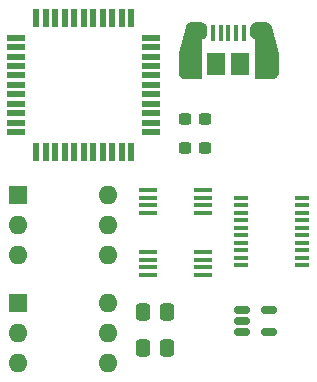
<source format=gbr>
%TF.GenerationSoftware,KiCad,Pcbnew,8.99.0-unknown*%
%TF.CreationDate,2024-04-30T21:24:49-04:00*%
%TF.ProjectId,reflowControl,7265666c-6f77-4436-9f6e-74726f6c2e6b,rev?*%
%TF.SameCoordinates,Original*%
%TF.FileFunction,Copper,L1,Top*%
%TF.FilePolarity,Positive*%
%FSLAX46Y46*%
G04 Gerber Fmt 4.6, Leading zero omitted, Abs format (unit mm)*
G04 Created by KiCad (PCBNEW 8.99.0-unknown) date 2024-04-30 21:24:49*
%MOMM*%
%LPD*%
G01*
G04 APERTURE LIST*
G04 Aperture macros list*
%AMRoundRect*
0 Rectangle with rounded corners*
0 $1 Rounding radius*
0 $2 $3 $4 $5 $6 $7 $8 $9 X,Y pos of 4 corners*
0 Add a 4 corners polygon primitive as box body*
4,1,4,$2,$3,$4,$5,$6,$7,$8,$9,$2,$3,0*
0 Add four circle primitives for the rounded corners*
1,1,$1+$1,$2,$3*
1,1,$1+$1,$4,$5*
1,1,$1+$1,$6,$7*
1,1,$1+$1,$8,$9*
0 Add four rect primitives between the rounded corners*
20,1,$1+$1,$2,$3,$4,$5,0*
20,1,$1+$1,$4,$5,$6,$7,0*
20,1,$1+$1,$6,$7,$8,$9,0*
20,1,$1+$1,$8,$9,$2,$3,0*%
G04 Aperture macros list end*
%TA.AperFunction,EtchedComponent*%
%ADD10C,0.010000*%
%TD*%
%TA.AperFunction,SMDPad,CuDef*%
%ADD11R,1.524000X0.406400*%
%TD*%
%TA.AperFunction,ComponentPad*%
%ADD12R,1.600000X1.600000*%
%TD*%
%TA.AperFunction,ComponentPad*%
%ADD13O,1.600000X1.600000*%
%TD*%
%TA.AperFunction,SMDPad,CuDef*%
%ADD14R,1.200000X0.400000*%
%TD*%
%TA.AperFunction,SMDPad,CuDef*%
%ADD15RoundRect,0.150000X-0.512500X-0.150000X0.512500X-0.150000X0.512500X0.150000X-0.512500X0.150000X0*%
%TD*%
%TA.AperFunction,SMDPad,CuDef*%
%ADD16R,1.500000X0.550000*%
%TD*%
%TA.AperFunction,SMDPad,CuDef*%
%ADD17R,0.550000X1.500000*%
%TD*%
%TA.AperFunction,ComponentPad*%
%ADD18O,1.650000X0.825000*%
%TD*%
%TA.AperFunction,ComponentPad*%
%ADD19O,1.150000X2.300000*%
%TD*%
%TA.AperFunction,SMDPad,CuDef*%
%ADD20R,1.550000X1.900000*%
%TD*%
%TA.AperFunction,SMDPad,CuDef*%
%ADD21R,0.400000X1.350000*%
%TD*%
%TA.AperFunction,SMDPad,CuDef*%
%ADD22RoundRect,0.250000X-0.337500X-0.475000X0.337500X-0.475000X0.337500X0.475000X-0.337500X0.475000X0*%
%TD*%
%TA.AperFunction,SMDPad,CuDef*%
%ADD23RoundRect,0.237500X-0.300000X-0.237500X0.300000X-0.237500X0.300000X0.237500X-0.300000X0.237500X0*%
%TD*%
G04 APERTURE END LIST*
D10*
%TO.C,J1*%
X188333500Y-74181000D02*
X188359500Y-74183000D01*
X188385500Y-74186000D01*
X188411500Y-74191000D01*
X188436500Y-74197000D01*
X188462500Y-74204000D01*
X188486500Y-74213000D01*
X188510500Y-74223000D01*
X188534500Y-74234000D01*
X188557500Y-74247000D01*
X188579500Y-74261000D01*
X188601500Y-74275000D01*
X188622500Y-74291000D01*
X188642500Y-74308000D01*
X188661500Y-74326000D01*
X188679500Y-74345000D01*
X188696500Y-74365000D01*
X188712500Y-74386000D01*
X188726500Y-74408000D01*
X188740500Y-74430000D01*
X188753500Y-74453000D01*
X188764500Y-74477000D01*
X188774500Y-74501000D01*
X188783500Y-74525000D01*
X188790500Y-74551000D01*
X188796500Y-74576000D01*
X188801500Y-74602000D01*
X188804500Y-74628000D01*
X188806500Y-74654000D01*
X188807500Y-74680000D01*
X188807500Y-75105000D01*
X188806500Y-75127000D01*
X188805500Y-75149000D01*
X188802500Y-75171000D01*
X188798500Y-75193000D01*
X188793500Y-75215000D01*
X188786500Y-75236000D01*
X188779500Y-75257000D01*
X188770500Y-75278000D01*
X188761500Y-75298000D01*
X188750500Y-75317000D01*
X188738500Y-75336000D01*
X188726500Y-75355000D01*
X188712500Y-75372000D01*
X188698500Y-75389000D01*
X188683500Y-75406000D01*
X188666500Y-75421000D01*
X188649500Y-75435000D01*
X188632500Y-75449000D01*
X188613500Y-75461000D01*
X188595500Y-75473000D01*
X188575500Y-75484000D01*
X188555500Y-75493000D01*
X188534500Y-75502000D01*
X188513500Y-75509000D01*
X188492500Y-75516000D01*
X188470500Y-75521000D01*
X188448500Y-75525000D01*
X188426500Y-75528000D01*
X188404500Y-75529000D01*
X188382500Y-75530000D01*
X188382500Y-78880000D01*
X186982500Y-78880000D01*
X186956500Y-78879000D01*
X186930500Y-78877000D01*
X186904500Y-78874000D01*
X186878500Y-78869000D01*
X186853500Y-78863000D01*
X186827500Y-78856000D01*
X186803500Y-78847000D01*
X186779500Y-78837000D01*
X186755500Y-78826000D01*
X186732500Y-78813000D01*
X186710500Y-78799000D01*
X186688500Y-78785000D01*
X186667500Y-78769000D01*
X186647500Y-78752000D01*
X186628500Y-78734000D01*
X186610500Y-78715000D01*
X186593500Y-78695000D01*
X186577500Y-78674000D01*
X186563500Y-78652000D01*
X186549500Y-78630000D01*
X186536500Y-78607000D01*
X186525500Y-78583000D01*
X186515500Y-78559000D01*
X186506500Y-78535000D01*
X186499500Y-78509000D01*
X186493500Y-78484000D01*
X186488500Y-78458000D01*
X186485500Y-78432000D01*
X186483500Y-78406000D01*
X186482500Y-78380000D01*
X186482500Y-76730000D01*
X187081500Y-74548000D01*
X187086500Y-74530000D01*
X187093500Y-74509000D01*
X187101500Y-74489000D01*
X187110500Y-74469000D01*
X187120500Y-74449000D01*
X187130500Y-74430000D01*
X187142500Y-74411000D01*
X187154500Y-74393000D01*
X187167500Y-74376000D01*
X187180500Y-74359000D01*
X187195500Y-74342000D01*
X187210500Y-74326000D01*
X187225500Y-74311000D01*
X187242500Y-74297000D01*
X187259500Y-74283000D01*
X187276500Y-74270000D01*
X187295500Y-74258000D01*
X187313500Y-74247000D01*
X187332500Y-74236000D01*
X187352500Y-74227000D01*
X187372500Y-74218000D01*
X187392500Y-74210000D01*
X187413500Y-74203000D01*
X187434500Y-74197000D01*
X187455500Y-74192000D01*
X187476500Y-74188000D01*
X187498500Y-74184000D01*
X187520500Y-74182000D01*
X187541500Y-74180000D01*
X187563500Y-74180000D01*
X188307500Y-74180000D01*
X188333500Y-74181000D01*
%TA.AperFunction,EtchedComponent*%
G36*
X188333500Y-74181000D02*
G01*
X188359500Y-74183000D01*
X188385500Y-74186000D01*
X188411500Y-74191000D01*
X188436500Y-74197000D01*
X188462500Y-74204000D01*
X188486500Y-74213000D01*
X188510500Y-74223000D01*
X188534500Y-74234000D01*
X188557500Y-74247000D01*
X188579500Y-74261000D01*
X188601500Y-74275000D01*
X188622500Y-74291000D01*
X188642500Y-74308000D01*
X188661500Y-74326000D01*
X188679500Y-74345000D01*
X188696500Y-74365000D01*
X188712500Y-74386000D01*
X188726500Y-74408000D01*
X188740500Y-74430000D01*
X188753500Y-74453000D01*
X188764500Y-74477000D01*
X188774500Y-74501000D01*
X188783500Y-74525000D01*
X188790500Y-74551000D01*
X188796500Y-74576000D01*
X188801500Y-74602000D01*
X188804500Y-74628000D01*
X188806500Y-74654000D01*
X188807500Y-74680000D01*
X188807500Y-75105000D01*
X188806500Y-75127000D01*
X188805500Y-75149000D01*
X188802500Y-75171000D01*
X188798500Y-75193000D01*
X188793500Y-75215000D01*
X188786500Y-75236000D01*
X188779500Y-75257000D01*
X188770500Y-75278000D01*
X188761500Y-75298000D01*
X188750500Y-75317000D01*
X188738500Y-75336000D01*
X188726500Y-75355000D01*
X188712500Y-75372000D01*
X188698500Y-75389000D01*
X188683500Y-75406000D01*
X188666500Y-75421000D01*
X188649500Y-75435000D01*
X188632500Y-75449000D01*
X188613500Y-75461000D01*
X188595500Y-75473000D01*
X188575500Y-75484000D01*
X188555500Y-75493000D01*
X188534500Y-75502000D01*
X188513500Y-75509000D01*
X188492500Y-75516000D01*
X188470500Y-75521000D01*
X188448500Y-75525000D01*
X188426500Y-75528000D01*
X188404500Y-75529000D01*
X188382500Y-75530000D01*
X188382500Y-78880000D01*
X186982500Y-78880000D01*
X186956500Y-78879000D01*
X186930500Y-78877000D01*
X186904500Y-78874000D01*
X186878500Y-78869000D01*
X186853500Y-78863000D01*
X186827500Y-78856000D01*
X186803500Y-78847000D01*
X186779500Y-78837000D01*
X186755500Y-78826000D01*
X186732500Y-78813000D01*
X186710500Y-78799000D01*
X186688500Y-78785000D01*
X186667500Y-78769000D01*
X186647500Y-78752000D01*
X186628500Y-78734000D01*
X186610500Y-78715000D01*
X186593500Y-78695000D01*
X186577500Y-78674000D01*
X186563500Y-78652000D01*
X186549500Y-78630000D01*
X186536500Y-78607000D01*
X186525500Y-78583000D01*
X186515500Y-78559000D01*
X186506500Y-78535000D01*
X186499500Y-78509000D01*
X186493500Y-78484000D01*
X186488500Y-78458000D01*
X186485500Y-78432000D01*
X186483500Y-78406000D01*
X186482500Y-78380000D01*
X186482500Y-76730000D01*
X187081500Y-74548000D01*
X187086500Y-74530000D01*
X187093500Y-74509000D01*
X187101500Y-74489000D01*
X187110500Y-74469000D01*
X187120500Y-74449000D01*
X187130500Y-74430000D01*
X187142500Y-74411000D01*
X187154500Y-74393000D01*
X187167500Y-74376000D01*
X187180500Y-74359000D01*
X187195500Y-74342000D01*
X187210500Y-74326000D01*
X187225500Y-74311000D01*
X187242500Y-74297000D01*
X187259500Y-74283000D01*
X187276500Y-74270000D01*
X187295500Y-74258000D01*
X187313500Y-74247000D01*
X187332500Y-74236000D01*
X187352500Y-74227000D01*
X187372500Y-74218000D01*
X187392500Y-74210000D01*
X187413500Y-74203000D01*
X187434500Y-74197000D01*
X187455500Y-74192000D01*
X187476500Y-74188000D01*
X187498500Y-74184000D01*
X187520500Y-74182000D01*
X187541500Y-74180000D01*
X187563500Y-74180000D01*
X188307500Y-74180000D01*
X188333500Y-74181000D01*
G37*
%TD.AperFunction*%
X193844500Y-74182000D02*
X193866500Y-74184000D01*
X193888500Y-74188000D01*
X193909500Y-74192000D01*
X193930500Y-74197000D01*
X193951500Y-74203000D01*
X193972500Y-74210000D01*
X193992500Y-74218000D01*
X194012500Y-74227000D01*
X194032500Y-74236000D01*
X194051500Y-74247000D01*
X194069500Y-74258000D01*
X194088500Y-74270000D01*
X194105500Y-74283000D01*
X194122500Y-74297000D01*
X194139500Y-74311000D01*
X194154500Y-74326000D01*
X194169500Y-74342000D01*
X194184500Y-74359000D01*
X194197500Y-74376000D01*
X194210500Y-74393000D01*
X194222500Y-74411000D01*
X194234500Y-74430000D01*
X194244500Y-74449000D01*
X194254500Y-74469000D01*
X194263500Y-74489000D01*
X194271500Y-74509000D01*
X194278500Y-74530000D01*
X194283500Y-74548000D01*
X194882500Y-76730000D01*
X194882500Y-78380000D01*
X194881500Y-78406000D01*
X194879500Y-78432000D01*
X194876500Y-78458000D01*
X194871500Y-78484000D01*
X194865500Y-78509000D01*
X194858500Y-78535000D01*
X194849500Y-78559000D01*
X194839500Y-78583000D01*
X194828500Y-78607000D01*
X194815500Y-78630000D01*
X194801500Y-78652000D01*
X194787500Y-78674000D01*
X194771500Y-78695000D01*
X194754500Y-78715000D01*
X194736500Y-78734000D01*
X194717500Y-78752000D01*
X194697500Y-78769000D01*
X194676500Y-78785000D01*
X194654500Y-78799000D01*
X194632500Y-78813000D01*
X194609500Y-78826000D01*
X194585500Y-78837000D01*
X194561500Y-78847000D01*
X194537500Y-78856000D01*
X194511500Y-78863000D01*
X194486500Y-78869000D01*
X194460500Y-78874000D01*
X194434500Y-78877000D01*
X194408500Y-78879000D01*
X194382500Y-78880000D01*
X192982500Y-78880000D01*
X192982500Y-75530000D01*
X192960500Y-75529000D01*
X192938500Y-75528000D01*
X192916500Y-75525000D01*
X192894500Y-75521000D01*
X192872500Y-75516000D01*
X192851500Y-75509000D01*
X192830500Y-75502000D01*
X192809500Y-75493000D01*
X192789500Y-75484000D01*
X192769500Y-75473000D01*
X192751500Y-75461000D01*
X192732500Y-75449000D01*
X192715500Y-75435000D01*
X192698500Y-75421000D01*
X192681500Y-75406000D01*
X192666500Y-75389000D01*
X192652500Y-75372000D01*
X192638500Y-75355000D01*
X192626500Y-75336000D01*
X192614500Y-75318000D01*
X192603500Y-75298000D01*
X192594500Y-75278000D01*
X192585500Y-75257000D01*
X192578500Y-75236000D01*
X192571500Y-75215000D01*
X192566500Y-75193000D01*
X192562500Y-75171000D01*
X192559500Y-75149000D01*
X192558500Y-75127000D01*
X192557500Y-75105000D01*
X192557500Y-74680000D01*
X192558500Y-74654000D01*
X192560500Y-74628000D01*
X192563500Y-74602000D01*
X192568500Y-74576000D01*
X192574500Y-74551000D01*
X192581500Y-74525000D01*
X192590500Y-74501000D01*
X192600500Y-74477000D01*
X192611500Y-74453000D01*
X192624500Y-74430000D01*
X192638500Y-74408000D01*
X192652500Y-74386000D01*
X192668500Y-74365000D01*
X192685500Y-74345000D01*
X192703500Y-74326000D01*
X192722500Y-74308000D01*
X192742500Y-74291000D01*
X192763500Y-74275000D01*
X192785500Y-74261000D01*
X192807500Y-74247000D01*
X192830500Y-74234000D01*
X192854500Y-74223000D01*
X192878500Y-74213000D01*
X192902500Y-74204000D01*
X192928500Y-74197000D01*
X192953500Y-74191000D01*
X192979500Y-74186000D01*
X193005500Y-74183000D01*
X193031500Y-74181000D01*
X193057500Y-74180000D01*
X193801500Y-74180000D01*
X193823500Y-74180000D01*
X193844500Y-74182000D01*
%TA.AperFunction,EtchedComponent*%
G36*
X193844500Y-74182000D02*
G01*
X193866500Y-74184000D01*
X193888500Y-74188000D01*
X193909500Y-74192000D01*
X193930500Y-74197000D01*
X193951500Y-74203000D01*
X193972500Y-74210000D01*
X193992500Y-74218000D01*
X194012500Y-74227000D01*
X194032500Y-74236000D01*
X194051500Y-74247000D01*
X194069500Y-74258000D01*
X194088500Y-74270000D01*
X194105500Y-74283000D01*
X194122500Y-74297000D01*
X194139500Y-74311000D01*
X194154500Y-74326000D01*
X194169500Y-74342000D01*
X194184500Y-74359000D01*
X194197500Y-74376000D01*
X194210500Y-74393000D01*
X194222500Y-74411000D01*
X194234500Y-74430000D01*
X194244500Y-74449000D01*
X194254500Y-74469000D01*
X194263500Y-74489000D01*
X194271500Y-74509000D01*
X194278500Y-74530000D01*
X194283500Y-74548000D01*
X194882500Y-76730000D01*
X194882500Y-78380000D01*
X194881500Y-78406000D01*
X194879500Y-78432000D01*
X194876500Y-78458000D01*
X194871500Y-78484000D01*
X194865500Y-78509000D01*
X194858500Y-78535000D01*
X194849500Y-78559000D01*
X194839500Y-78583000D01*
X194828500Y-78607000D01*
X194815500Y-78630000D01*
X194801500Y-78652000D01*
X194787500Y-78674000D01*
X194771500Y-78695000D01*
X194754500Y-78715000D01*
X194736500Y-78734000D01*
X194717500Y-78752000D01*
X194697500Y-78769000D01*
X194676500Y-78785000D01*
X194654500Y-78799000D01*
X194632500Y-78813000D01*
X194609500Y-78826000D01*
X194585500Y-78837000D01*
X194561500Y-78847000D01*
X194537500Y-78856000D01*
X194511500Y-78863000D01*
X194486500Y-78869000D01*
X194460500Y-78874000D01*
X194434500Y-78877000D01*
X194408500Y-78879000D01*
X194382500Y-78880000D01*
X192982500Y-78880000D01*
X192982500Y-75530000D01*
X192960500Y-75529000D01*
X192938500Y-75528000D01*
X192916500Y-75525000D01*
X192894500Y-75521000D01*
X192872500Y-75516000D01*
X192851500Y-75509000D01*
X192830500Y-75502000D01*
X192809500Y-75493000D01*
X192789500Y-75484000D01*
X192769500Y-75473000D01*
X192751500Y-75461000D01*
X192732500Y-75449000D01*
X192715500Y-75435000D01*
X192698500Y-75421000D01*
X192681500Y-75406000D01*
X192666500Y-75389000D01*
X192652500Y-75372000D01*
X192638500Y-75355000D01*
X192626500Y-75336000D01*
X192614500Y-75318000D01*
X192603500Y-75298000D01*
X192594500Y-75278000D01*
X192585500Y-75257000D01*
X192578500Y-75236000D01*
X192571500Y-75215000D01*
X192566500Y-75193000D01*
X192562500Y-75171000D01*
X192559500Y-75149000D01*
X192558500Y-75127000D01*
X192557500Y-75105000D01*
X192557500Y-74680000D01*
X192558500Y-74654000D01*
X192560500Y-74628000D01*
X192563500Y-74602000D01*
X192568500Y-74576000D01*
X192574500Y-74551000D01*
X192581500Y-74525000D01*
X192590500Y-74501000D01*
X192600500Y-74477000D01*
X192611500Y-74453000D01*
X192624500Y-74430000D01*
X192638500Y-74408000D01*
X192652500Y-74386000D01*
X192668500Y-74365000D01*
X192685500Y-74345000D01*
X192703500Y-74326000D01*
X192722500Y-74308000D01*
X192742500Y-74291000D01*
X192763500Y-74275000D01*
X192785500Y-74261000D01*
X192807500Y-74247000D01*
X192830500Y-74234000D01*
X192854500Y-74223000D01*
X192878500Y-74213000D01*
X192902500Y-74204000D01*
X192928500Y-74197000D01*
X192953500Y-74191000D01*
X192979500Y-74186000D01*
X193005500Y-74183000D01*
X193031500Y-74181000D01*
X193057500Y-74180000D01*
X193801500Y-74180000D01*
X193823500Y-74180000D01*
X193844500Y-74182000D01*
G37*
%TD.AperFunction*%
%TD*%
D11*
%TO.P,Y1,1,1*%
%TO.N,Net-(U2-XTAL1)*%
X183923700Y-93625801D03*
%TO.P,Y1,2,2*%
%TO.N,Net-(U2-XTAL2)*%
X183923700Y-94275799D03*
%TO.P,Y1,3*%
%TO.N,N/C*%
X183923700Y-94925801D03*
%TO.P,Y1,4*%
X183923700Y-95575799D03*
%TO.P,Y1,5*%
X188546500Y-95575799D03*
%TO.P,Y1,6*%
X188546500Y-94925801D03*
%TO.P,Y1,7*%
X188546500Y-94275799D03*
%TO.P,Y1,8*%
X188546500Y-93625801D03*
%TD*%
D12*
%TO.P,U6,1*%
%TO.N,unconnected-(U6-Pad1)*%
X172852500Y-97975000D03*
D13*
%TO.P,U6,2*%
%TO.N,unconnected-(U6-Pad2)*%
X172852500Y-100515000D03*
%TO.P,U6,3,NC*%
%TO.N,unconnected-(U6-NC-Pad3)*%
X172852500Y-103055000D03*
%TO.P,U6,4*%
%TO.N,unconnected-(U6-Pad4)*%
X180472500Y-103055000D03*
%TO.P,U6,5*%
%TO.N,unconnected-(U6-Pad5)*%
X180472500Y-100515000D03*
%TO.P,U6,6*%
%TO.N,unconnected-(U6-Pad6)*%
X180472500Y-97975000D03*
%TD*%
D14*
%TO.P,U5,1,~{DTR}*%
%TO.N,unconnected-(U5-~{DTR}-Pad1)*%
X191762500Y-89017500D03*
%TO.P,U5,2,~{RTS}*%
%TO.N,unconnected-(U5-~{RTS}-Pad2)*%
X191762500Y-89652500D03*
%TO.P,U5,3,VCCIO*%
%TO.N,unconnected-(U5-VCCIO-Pad3)*%
X191762500Y-90287500D03*
%TO.P,U5,4,RXD*%
%TO.N,unconnected-(U5-RXD-Pad4)*%
X191762500Y-90922500D03*
%TO.P,U5,5,~{RI}*%
%TO.N,unconnected-(U5-~{RI}-Pad5)*%
X191762500Y-91557500D03*
%TO.P,U5,6,GND*%
%TO.N,unconnected-(U5-GND-Pad6)*%
X191762500Y-92192500D03*
%TO.P,U5,7,~{DSR}*%
%TO.N,unconnected-(U5-~{DSR}-Pad7)*%
X191762500Y-92827500D03*
%TO.P,U5,8,~{DCD}*%
%TO.N,unconnected-(U5-~{DCD}-Pad8)*%
X191762500Y-93462500D03*
%TO.P,U5,9,~{CTS}*%
%TO.N,unconnected-(U5-~{CTS}-Pad9)*%
X191762500Y-94097500D03*
%TO.P,U5,10,CBUS2*%
%TO.N,unconnected-(U5-CBUS2-Pad10)*%
X191762500Y-94732500D03*
%TO.P,U5,11,USBDP*%
%TO.N,unconnected-(U5-USBDP-Pad11)*%
X196962500Y-94732500D03*
%TO.P,U5,12,USBDM*%
%TO.N,unconnected-(U5-USBDM-Pad12)*%
X196962500Y-94097500D03*
%TO.P,U5,13,3V3OUT*%
%TO.N,unconnected-(U5-3V3OUT-Pad13)*%
X196962500Y-93462500D03*
%TO.P,U5,14,~{RESET}*%
%TO.N,unconnected-(U5-~{RESET}-Pad14)*%
X196962500Y-92827500D03*
%TO.P,U5,15,VCC*%
%TO.N,unconnected-(U5-VCC-Pad15)*%
X196962500Y-92192500D03*
%TO.P,U5,16,GND*%
%TO.N,unconnected-(U5-GND-Pad16)*%
X196962500Y-91557500D03*
%TO.P,U5,17,CBUS1*%
%TO.N,unconnected-(U5-CBUS1-Pad17)*%
X196962500Y-90922500D03*
%TO.P,U5,18,CBUS0*%
%TO.N,unconnected-(U5-CBUS0-Pad18)*%
X196962500Y-90287500D03*
%TO.P,U5,19,CBUS3*%
%TO.N,unconnected-(U5-CBUS3-Pad19)*%
X196962500Y-89652500D03*
%TO.P,U5,20,TXD*%
%TO.N,unconnected-(U5-TXD-Pad20)*%
X196962500Y-89017500D03*
%TD*%
D15*
%TO.P,U4,1,VIN*%
%TO.N,Net-(U4-EN)*%
X191825000Y-98500000D03*
%TO.P,U4,2,GND*%
%TO.N,GND*%
X191825000Y-99450000D03*
%TO.P,U4,3,EN*%
%TO.N,Net-(U4-EN)*%
X191825000Y-100400000D03*
%TO.P,U4,4,NC*%
%TO.N,unconnected-(U4-NC-Pad4)*%
X194100000Y-100400000D03*
%TO.P,U4,5,VOUT*%
%TO.N,Net-(U4-VOUT)*%
X194100000Y-98500000D03*
%TD*%
D12*
%TO.P,U3,1*%
%TO.N,Net-(R1-Pad1)*%
X172852500Y-88775000D03*
D13*
%TO.P,U3,2*%
%TO.N,GND*%
X172852500Y-91315000D03*
%TO.P,U3,3,NC*%
%TO.N,unconnected-(U3-NC-Pad3)*%
X172852500Y-93855000D03*
%TO.P,U3,4*%
%TO.N,unconnected-(U3-Pad4)*%
X180472500Y-93855000D03*
%TO.P,U3,5*%
%TO.N,unconnected-(U3-Pad5)*%
X180472500Y-91315000D03*
%TO.P,U3,6*%
%TO.N,unconnected-(U3-Pad6)*%
X180472500Y-88775000D03*
%TD*%
D16*
%TO.P,U2,1,PB5*%
%TO.N,unconnected-(U2-PB5-Pad1)*%
X172752500Y-75475000D03*
%TO.P,U2,2,PB6*%
%TO.N,unconnected-(U2-PB6-Pad2)*%
X172752500Y-76275000D03*
%TO.P,U2,3,PB7*%
%TO.N,unconnected-(U2-PB7-Pad3)*%
X172752500Y-77075000D03*
%TO.P,U2,4,~{RESET}*%
%TO.N,unconnected-(U2-~{RESET}-Pad4)*%
X172752500Y-77875000D03*
%TO.P,U2,5,VCC*%
%TO.N,Net-(U2-VCC-Pad17)*%
X172752500Y-78675000D03*
%TO.P,U2,6,GND*%
%TO.N,GND*%
X172752500Y-79475000D03*
%TO.P,U2,7,XTAL2*%
%TO.N,Net-(U2-XTAL2)*%
X172752500Y-80275000D03*
%TO.P,U2,8,XTAL1*%
%TO.N,Net-(U2-XTAL1)*%
X172752500Y-81075000D03*
%TO.P,U2,9,PD0*%
%TO.N,unconnected-(U2-PD0-Pad9)*%
X172752500Y-81875000D03*
%TO.P,U2,10,PD1*%
%TO.N,unconnected-(U2-PD1-Pad10)*%
X172752500Y-82675000D03*
%TO.P,U2,11,PD2*%
%TO.N,Net-(U2-PD2)*%
X172752500Y-83475000D03*
D17*
%TO.P,U2,12,PD3*%
%TO.N,Net-(U2-PD3)*%
X174452500Y-85175000D03*
%TO.P,U2,13,PD4*%
%TO.N,Net-(U2-PD4)*%
X175252500Y-85175000D03*
%TO.P,U2,14,PD5*%
%TO.N,Net-(BZ1-+)*%
X176052500Y-85175000D03*
%TO.P,U2,15,PD6*%
%TO.N,unconnected-(U2-PD6-Pad15)*%
X176852500Y-85175000D03*
%TO.P,U2,16,PD7*%
%TO.N,unconnected-(U2-PD7-Pad16)*%
X177652500Y-85175000D03*
%TO.P,U2,17,VCC*%
%TO.N,Net-(U2-VCC-Pad17)*%
X178452500Y-85175000D03*
%TO.P,U2,18,GND*%
%TO.N,GND*%
X179252500Y-85175000D03*
%TO.P,U2,19,PC0*%
%TO.N,unconnected-(U2-PC0-Pad19)*%
X180052500Y-85175000D03*
%TO.P,U2,20,PC1*%
%TO.N,unconnected-(U2-PC1-Pad20)*%
X180852500Y-85175000D03*
%TO.P,U2,21,PC2*%
%TO.N,unconnected-(U2-PC2-Pad21)*%
X181652500Y-85175000D03*
%TO.P,U2,22,PC3*%
%TO.N,unconnected-(U2-PC3-Pad22)*%
X182452500Y-85175000D03*
D16*
%TO.P,U2,23,PC4*%
%TO.N,unconnected-(U2-PC4-Pad23)*%
X184152500Y-83475000D03*
%TO.P,U2,24,PC5*%
%TO.N,unconnected-(U2-PC5-Pad24)*%
X184152500Y-82675000D03*
%TO.P,U2,25,PC6*%
%TO.N,unconnected-(U2-PC6-Pad25)*%
X184152500Y-81875000D03*
%TO.P,U2,26,PC7*%
%TO.N,unconnected-(U2-PC7-Pad26)*%
X184152500Y-81075000D03*
%TO.P,U2,27,AVCC*%
%TO.N,unconnected-(U2-AVCC-Pad27)*%
X184152500Y-80275000D03*
%TO.P,U2,28,GND*%
%TO.N,GND*%
X184152500Y-79475000D03*
%TO.P,U2,29,AREF*%
%TO.N,unconnected-(U2-AREF-Pad29)*%
X184152500Y-78675000D03*
%TO.P,U2,30,PA7*%
%TO.N,unconnected-(U2-PA7-Pad30)*%
X184152500Y-77875000D03*
%TO.P,U2,31,PA6*%
%TO.N,unconnected-(U2-PA6-Pad31)*%
X184152500Y-77075000D03*
%TO.P,U2,32,PA5*%
%TO.N,unconnected-(U2-PA5-Pad32)*%
X184152500Y-76275000D03*
%TO.P,U2,33,PA4*%
%TO.N,unconnected-(U2-PA4-Pad33)*%
X184152500Y-75475000D03*
D17*
%TO.P,U2,34,PA3*%
%TO.N,unconnected-(U2-PA3-Pad34)*%
X182452500Y-73775000D03*
%TO.P,U2,35,PA2*%
%TO.N,unconnected-(U2-PA2-Pad35)*%
X181652500Y-73775000D03*
%TO.P,U2,36,PA1*%
%TO.N,Net-(U2-PA1)*%
X180852500Y-73775000D03*
%TO.P,U2,37,PA0*%
%TO.N,Servo_PWM*%
X180052500Y-73775000D03*
%TO.P,U2,38,VCC*%
%TO.N,Net-(U2-VCC-Pad17)*%
X179252500Y-73775000D03*
%TO.P,U2,39,GND*%
%TO.N,GND*%
X178452500Y-73775000D03*
%TO.P,U2,40,PB0*%
%TO.N,Net-(U2-PB0)*%
X177652500Y-73775000D03*
%TO.P,U2,41,PB1*%
%TO.N,unconnected-(U2-PB1-Pad41)*%
X176852500Y-73775000D03*
%TO.P,U2,42,PB2*%
%TO.N,unconnected-(U2-PB2-Pad42)*%
X176052500Y-73775000D03*
%TO.P,U2,43,PB3*%
%TO.N,unconnected-(U2-PB3-Pad43)*%
X175252500Y-73775000D03*
%TO.P,U2,44,PB4*%
%TO.N,unconnected-(U2-PB4-Pad44)*%
X174452500Y-73775000D03*
%TD*%
D11*
%TO.P,U1,1,GND*%
%TO.N,unconnected-(U1-GND-Pad1)*%
X183923700Y-88358601D03*
%TO.P,U1,2,T-*%
%TO.N,unconnected-(U1-T--Pad2)*%
X183923700Y-89008599D03*
%TO.P,U1,3,T+*%
%TO.N,unconnected-(U1-T+-Pad3)*%
X183923700Y-89658601D03*
%TO.P,U1,4,VCC*%
%TO.N,unconnected-(U1-VCC-Pad4)*%
X183923700Y-90308599D03*
%TO.P,U1,5,SCK*%
%TO.N,unconnected-(U1-SCK-Pad5)*%
X188546500Y-90308599D03*
%TO.P,U1,6,\u002ACS*%
%TO.N,unconnected-(U1-\u002ACS-Pad6)*%
X188546500Y-89658601D03*
%TO.P,U1,7,SO*%
%TO.N,unconnected-(U1-SO-Pad7)*%
X188546500Y-89008599D03*
%TO.P,U1,8,NC*%
%TO.N,unconnected-(U1-NC-Pad8)*%
X188546500Y-88358601D03*
%TD*%
D18*
%TO.P,J1,SH1,SHIELD1*%
%TO.N,unconnected-(J1-SHIELD1-PadSH1)*%
X187982500Y-75030000D03*
%TO.P,J1,SH3,SHIELD3*%
%TO.N,unconnected-(J1-SHIELD3-PadSH3)*%
X193382500Y-75030000D03*
D19*
%TO.P,J1,SH2,SHIELD2*%
%TO.N,unconnected-(J1-SHIELD2-PadSH2)*%
X187182500Y-77730000D03*
%TO.P,J1,SH4,SHIELD4*%
%TO.N,unconnected-(J1-SHIELD4-PadSH4)*%
X194182500Y-77730000D03*
D20*
%TO.P,J1,SH5,SHIELD5*%
%TO.N,unconnected-(J1-SHIELD5-PadSH5)*%
X189657500Y-77730000D03*
%TO.P,J1,SH6,SHIELD6*%
%TO.N,unconnected-(J1-SHIELD6-PadSH6)*%
X191707500Y-77730000D03*
D21*
%TO.P,J1,3,D+*%
%TO.N,unconnected-(J1-D+-Pad3)*%
X190682500Y-75055000D03*
%TO.P,J1,2,D-*%
%TO.N,unconnected-(J1-D--Pad2)*%
X190032500Y-75055000D03*
%TO.P,J1,1,VBUS*%
%TO.N,unconnected-(J1-VBUS-Pad1)*%
X189382500Y-75055000D03*
%TO.P,J1,4,ID*%
%TO.N,unconnected-(J1-ID-Pad4)*%
X191332500Y-75055000D03*
%TO.P,J1,5,GND*%
%TO.N,unconnected-(J1-GND-Pad5)*%
X191982500Y-75055000D03*
%TD*%
D22*
%TO.P,C4,1*%
%TO.N,Net-(U2-XTAL2)*%
X183445000Y-101745000D03*
%TO.P,C4,2*%
%TO.N,GND*%
X185520000Y-101745000D03*
%TD*%
%TO.P,C3,1*%
%TO.N,Net-(U2-XTAL1)*%
X183445000Y-98735000D03*
%TO.P,C3,2*%
%TO.N,GND*%
X185520000Y-98735000D03*
%TD*%
D23*
%TO.P,C2,1*%
%TO.N,Net-(U4-VOUT)*%
X186990000Y-84845000D03*
%TO.P,C2,2*%
%TO.N,GND*%
X188715000Y-84845000D03*
%TD*%
%TO.P,C1,1*%
%TO.N,Net-(U4-EN)*%
X186990000Y-82335000D03*
%TO.P,C1,2*%
%TO.N,GND*%
X188715000Y-82335000D03*
%TD*%
M02*

</source>
